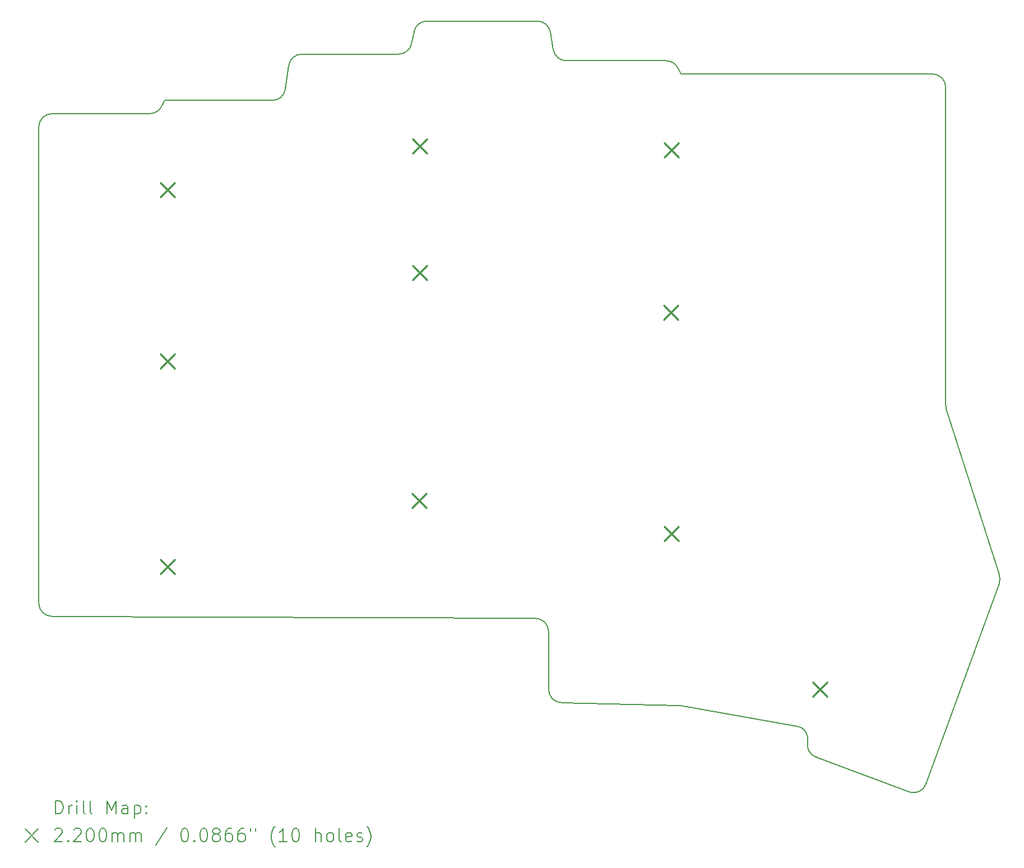
<source format=gbr>
%TF.GenerationSoftware,KiCad,Pcbnew,8.0.5-8.0.5-0~ubuntu20.04.1*%
%TF.CreationDate,2024-10-07T16:45:45+02:00*%
%TF.ProjectId,bottom_plate,626f7474-6f6d-45f7-906c-6174652e6b69,v1.0.0*%
%TF.SameCoordinates,Original*%
%TF.FileFunction,Drillmap*%
%TF.FilePolarity,Positive*%
%FSLAX45Y45*%
G04 Gerber Fmt 4.5, Leading zero omitted, Abs format (unit mm)*
G04 Created by KiCad (PCBNEW 8.0.5-8.0.5-0~ubuntu20.04.1) date 2024-10-07 16:45:45*
%MOMM*%
%LPD*%
G01*
G04 APERTURE LIST*
%ADD10C,0.150000*%
%ADD11C,0.200000*%
%ADD12C,0.220000*%
G04 APERTURE END LIST*
D10*
X22402128Y-18485637D02*
X23506723Y-15450787D01*
X22143819Y-18604444D02*
X20738725Y-18076286D01*
X20612134Y-17854345D02*
X20614558Y-17840598D01*
X20452326Y-17608907D02*
X18694584Y-17298970D01*
X18664534Y-17295986D02*
X16895320Y-17254572D01*
X16700000Y-17054627D02*
X16700000Y-16180196D01*
X16500805Y-15980198D02*
X9199195Y-15950802D01*
X9000000Y-15750804D02*
X9000000Y-8550000D01*
X9200000Y-8350000D02*
X10676393Y-8350000D01*
X10855279Y-8239443D02*
X10900000Y-8150000D01*
X10900000Y-8150000D02*
X12526541Y-8150000D01*
X12724531Y-7978284D02*
X12775469Y-7621716D01*
X12973459Y-7450000D02*
X14436039Y-7450000D01*
X14632155Y-7289223D02*
X14667845Y-7110777D01*
X14863961Y-6950000D02*
X16530575Y-6950000D01*
X16727853Y-7117120D02*
X16772147Y-7382880D01*
X16969425Y-7550000D02*
X18476393Y-7550000D01*
X18655279Y-7660557D02*
X18700000Y-7750000D01*
X18700000Y-7750000D02*
X22500000Y-7750000D01*
X22700000Y-7950000D02*
X22700000Y-12753867D01*
X22709463Y-12814660D02*
X23509321Y-15321591D01*
X22402128Y-18485637D02*
G75*
G02*
X22143819Y-18604444I-187939J68404D01*
G01*
X20738725Y-18076286D02*
G75*
G02*
X20612134Y-17854345I70371J187211D01*
G01*
X20452326Y-17608907D02*
G75*
G02*
X20614558Y-17840598I-34730J-196962D01*
G01*
X18664534Y-17295986D02*
G75*
G02*
X18694584Y-17298970I-4680J-199945D01*
G01*
X16895320Y-17254572D02*
G75*
G02*
X16700000Y-17054627I4680J199945D01*
G01*
X16500805Y-15980198D02*
G75*
G02*
X16700000Y-16180196I-805J-199998D01*
G01*
X9199195Y-15950802D02*
G75*
G02*
X9000000Y-15750804I805J199998D01*
G01*
X9000000Y-8550000D02*
G75*
G02*
X9200000Y-8350000I200000J0D01*
G01*
X10855279Y-8239443D02*
G75*
G02*
X10676393Y-8350000I-178885J89443D01*
G01*
X12724531Y-7978284D02*
G75*
G02*
X12526541Y-8150000I-197990J28284D01*
G01*
X12775469Y-7621716D02*
G75*
G02*
X12973459Y-7450000I197990J-28284D01*
G01*
X14632155Y-7289223D02*
G75*
G02*
X14436039Y-7450000I-196116J39223D01*
G01*
X14667845Y-7110777D02*
G75*
G02*
X14863961Y-6950000I196116J-39223D01*
G01*
X16530575Y-6950000D02*
G75*
G02*
X16727853Y-7117120I0J-200000D01*
G01*
X16969425Y-7550000D02*
G75*
G02*
X16772147Y-7382880I0J200000D01*
G01*
X18476393Y-7550000D02*
G75*
G02*
X18655279Y-7660557I0J-200000D01*
G01*
X22500000Y-7750000D02*
G75*
G02*
X22700000Y-7950000I0J-200000D01*
G01*
X22709463Y-12814660D02*
G75*
G02*
X22700000Y-12753867I190537J60792D01*
G01*
X23509321Y-15321591D02*
G75*
G02*
X23506723Y-15450787I-190537J-60793D01*
G01*
D11*
D12*
X10835000Y-9390000D02*
X11055000Y-9610000D01*
X11055000Y-9390000D02*
X10835000Y-9610000D01*
X10835000Y-11982000D02*
X11055000Y-12202000D01*
X11055000Y-11982000D02*
X10835000Y-12202000D01*
X10835000Y-15090000D02*
X11055000Y-15310000D01*
X11055000Y-15090000D02*
X10835000Y-15310000D01*
X14635000Y-14090000D02*
X14855000Y-14310000D01*
X14855000Y-14090000D02*
X14635000Y-14310000D01*
X14645000Y-8735000D02*
X14865000Y-8955000D01*
X14865000Y-8735000D02*
X14645000Y-8955000D01*
X14645000Y-10645000D02*
X14865000Y-10865000D01*
X14865000Y-10645000D02*
X14645000Y-10865000D01*
X18435000Y-11245000D02*
X18655000Y-11465000D01*
X18655000Y-11245000D02*
X18435000Y-11465000D01*
X18445000Y-8790000D02*
X18665000Y-9010000D01*
X18665000Y-8790000D02*
X18445000Y-9010000D01*
X18445000Y-14590000D02*
X18665000Y-14810000D01*
X18665000Y-14590000D02*
X18445000Y-14810000D01*
X20691276Y-16943876D02*
X20911276Y-17163876D01*
X20911276Y-16943876D02*
X20691276Y-17163876D01*
D11*
X9253277Y-18936217D02*
X9253277Y-18736217D01*
X9253277Y-18736217D02*
X9300896Y-18736217D01*
X9300896Y-18736217D02*
X9329467Y-18745741D01*
X9329467Y-18745741D02*
X9348515Y-18764789D01*
X9348515Y-18764789D02*
X9358039Y-18783836D01*
X9358039Y-18783836D02*
X9367563Y-18821931D01*
X9367563Y-18821931D02*
X9367563Y-18850503D01*
X9367563Y-18850503D02*
X9358039Y-18888598D01*
X9358039Y-18888598D02*
X9348515Y-18907646D01*
X9348515Y-18907646D02*
X9329467Y-18926693D01*
X9329467Y-18926693D02*
X9300896Y-18936217D01*
X9300896Y-18936217D02*
X9253277Y-18936217D01*
X9453277Y-18936217D02*
X9453277Y-18802884D01*
X9453277Y-18840979D02*
X9462801Y-18821931D01*
X9462801Y-18821931D02*
X9472324Y-18812408D01*
X9472324Y-18812408D02*
X9491372Y-18802884D01*
X9491372Y-18802884D02*
X9510420Y-18802884D01*
X9577086Y-18936217D02*
X9577086Y-18802884D01*
X9577086Y-18736217D02*
X9567563Y-18745741D01*
X9567563Y-18745741D02*
X9577086Y-18755265D01*
X9577086Y-18755265D02*
X9586610Y-18745741D01*
X9586610Y-18745741D02*
X9577086Y-18736217D01*
X9577086Y-18736217D02*
X9577086Y-18755265D01*
X9700896Y-18936217D02*
X9681848Y-18926693D01*
X9681848Y-18926693D02*
X9672324Y-18907646D01*
X9672324Y-18907646D02*
X9672324Y-18736217D01*
X9805658Y-18936217D02*
X9786610Y-18926693D01*
X9786610Y-18926693D02*
X9777086Y-18907646D01*
X9777086Y-18907646D02*
X9777086Y-18736217D01*
X10034229Y-18936217D02*
X10034229Y-18736217D01*
X10034229Y-18736217D02*
X10100896Y-18879074D01*
X10100896Y-18879074D02*
X10167563Y-18736217D01*
X10167563Y-18736217D02*
X10167563Y-18936217D01*
X10348515Y-18936217D02*
X10348515Y-18831455D01*
X10348515Y-18831455D02*
X10338991Y-18812408D01*
X10338991Y-18812408D02*
X10319944Y-18802884D01*
X10319944Y-18802884D02*
X10281848Y-18802884D01*
X10281848Y-18802884D02*
X10262801Y-18812408D01*
X10348515Y-18926693D02*
X10329467Y-18936217D01*
X10329467Y-18936217D02*
X10281848Y-18936217D01*
X10281848Y-18936217D02*
X10262801Y-18926693D01*
X10262801Y-18926693D02*
X10253277Y-18907646D01*
X10253277Y-18907646D02*
X10253277Y-18888598D01*
X10253277Y-18888598D02*
X10262801Y-18869550D01*
X10262801Y-18869550D02*
X10281848Y-18860027D01*
X10281848Y-18860027D02*
X10329467Y-18860027D01*
X10329467Y-18860027D02*
X10348515Y-18850503D01*
X10443753Y-18802884D02*
X10443753Y-19002884D01*
X10443753Y-18812408D02*
X10462801Y-18802884D01*
X10462801Y-18802884D02*
X10500896Y-18802884D01*
X10500896Y-18802884D02*
X10519944Y-18812408D01*
X10519944Y-18812408D02*
X10529467Y-18821931D01*
X10529467Y-18821931D02*
X10538991Y-18840979D01*
X10538991Y-18840979D02*
X10538991Y-18898122D01*
X10538991Y-18898122D02*
X10529467Y-18917169D01*
X10529467Y-18917169D02*
X10519944Y-18926693D01*
X10519944Y-18926693D02*
X10500896Y-18936217D01*
X10500896Y-18936217D02*
X10462801Y-18936217D01*
X10462801Y-18936217D02*
X10443753Y-18926693D01*
X10624705Y-18917169D02*
X10634229Y-18926693D01*
X10634229Y-18926693D02*
X10624705Y-18936217D01*
X10624705Y-18936217D02*
X10615182Y-18926693D01*
X10615182Y-18926693D02*
X10624705Y-18917169D01*
X10624705Y-18917169D02*
X10624705Y-18936217D01*
X10624705Y-18812408D02*
X10634229Y-18821931D01*
X10634229Y-18821931D02*
X10624705Y-18831455D01*
X10624705Y-18831455D02*
X10615182Y-18821931D01*
X10615182Y-18821931D02*
X10624705Y-18812408D01*
X10624705Y-18812408D02*
X10624705Y-18831455D01*
X8792500Y-19164733D02*
X8992500Y-19364733D01*
X8992500Y-19164733D02*
X8792500Y-19364733D01*
X9243753Y-19175265D02*
X9253277Y-19165741D01*
X9253277Y-19165741D02*
X9272324Y-19156217D01*
X9272324Y-19156217D02*
X9319944Y-19156217D01*
X9319944Y-19156217D02*
X9338991Y-19165741D01*
X9338991Y-19165741D02*
X9348515Y-19175265D01*
X9348515Y-19175265D02*
X9358039Y-19194312D01*
X9358039Y-19194312D02*
X9358039Y-19213360D01*
X9358039Y-19213360D02*
X9348515Y-19241931D01*
X9348515Y-19241931D02*
X9234229Y-19356217D01*
X9234229Y-19356217D02*
X9358039Y-19356217D01*
X9443753Y-19337169D02*
X9453277Y-19346693D01*
X9453277Y-19346693D02*
X9443753Y-19356217D01*
X9443753Y-19356217D02*
X9434229Y-19346693D01*
X9434229Y-19346693D02*
X9443753Y-19337169D01*
X9443753Y-19337169D02*
X9443753Y-19356217D01*
X9529467Y-19175265D02*
X9538991Y-19165741D01*
X9538991Y-19165741D02*
X9558039Y-19156217D01*
X9558039Y-19156217D02*
X9605658Y-19156217D01*
X9605658Y-19156217D02*
X9624705Y-19165741D01*
X9624705Y-19165741D02*
X9634229Y-19175265D01*
X9634229Y-19175265D02*
X9643753Y-19194312D01*
X9643753Y-19194312D02*
X9643753Y-19213360D01*
X9643753Y-19213360D02*
X9634229Y-19241931D01*
X9634229Y-19241931D02*
X9519944Y-19356217D01*
X9519944Y-19356217D02*
X9643753Y-19356217D01*
X9767563Y-19156217D02*
X9786610Y-19156217D01*
X9786610Y-19156217D02*
X9805658Y-19165741D01*
X9805658Y-19165741D02*
X9815182Y-19175265D01*
X9815182Y-19175265D02*
X9824705Y-19194312D01*
X9824705Y-19194312D02*
X9834229Y-19232408D01*
X9834229Y-19232408D02*
X9834229Y-19280027D01*
X9834229Y-19280027D02*
X9824705Y-19318122D01*
X9824705Y-19318122D02*
X9815182Y-19337169D01*
X9815182Y-19337169D02*
X9805658Y-19346693D01*
X9805658Y-19346693D02*
X9786610Y-19356217D01*
X9786610Y-19356217D02*
X9767563Y-19356217D01*
X9767563Y-19356217D02*
X9748515Y-19346693D01*
X9748515Y-19346693D02*
X9738991Y-19337169D01*
X9738991Y-19337169D02*
X9729467Y-19318122D01*
X9729467Y-19318122D02*
X9719944Y-19280027D01*
X9719944Y-19280027D02*
X9719944Y-19232408D01*
X9719944Y-19232408D02*
X9729467Y-19194312D01*
X9729467Y-19194312D02*
X9738991Y-19175265D01*
X9738991Y-19175265D02*
X9748515Y-19165741D01*
X9748515Y-19165741D02*
X9767563Y-19156217D01*
X9958039Y-19156217D02*
X9977086Y-19156217D01*
X9977086Y-19156217D02*
X9996134Y-19165741D01*
X9996134Y-19165741D02*
X10005658Y-19175265D01*
X10005658Y-19175265D02*
X10015182Y-19194312D01*
X10015182Y-19194312D02*
X10024705Y-19232408D01*
X10024705Y-19232408D02*
X10024705Y-19280027D01*
X10024705Y-19280027D02*
X10015182Y-19318122D01*
X10015182Y-19318122D02*
X10005658Y-19337169D01*
X10005658Y-19337169D02*
X9996134Y-19346693D01*
X9996134Y-19346693D02*
X9977086Y-19356217D01*
X9977086Y-19356217D02*
X9958039Y-19356217D01*
X9958039Y-19356217D02*
X9938991Y-19346693D01*
X9938991Y-19346693D02*
X9929467Y-19337169D01*
X9929467Y-19337169D02*
X9919944Y-19318122D01*
X9919944Y-19318122D02*
X9910420Y-19280027D01*
X9910420Y-19280027D02*
X9910420Y-19232408D01*
X9910420Y-19232408D02*
X9919944Y-19194312D01*
X9919944Y-19194312D02*
X9929467Y-19175265D01*
X9929467Y-19175265D02*
X9938991Y-19165741D01*
X9938991Y-19165741D02*
X9958039Y-19156217D01*
X10110420Y-19356217D02*
X10110420Y-19222884D01*
X10110420Y-19241931D02*
X10119944Y-19232408D01*
X10119944Y-19232408D02*
X10138991Y-19222884D01*
X10138991Y-19222884D02*
X10167563Y-19222884D01*
X10167563Y-19222884D02*
X10186610Y-19232408D01*
X10186610Y-19232408D02*
X10196134Y-19251455D01*
X10196134Y-19251455D02*
X10196134Y-19356217D01*
X10196134Y-19251455D02*
X10205658Y-19232408D01*
X10205658Y-19232408D02*
X10224705Y-19222884D01*
X10224705Y-19222884D02*
X10253277Y-19222884D01*
X10253277Y-19222884D02*
X10272325Y-19232408D01*
X10272325Y-19232408D02*
X10281848Y-19251455D01*
X10281848Y-19251455D02*
X10281848Y-19356217D01*
X10377086Y-19356217D02*
X10377086Y-19222884D01*
X10377086Y-19241931D02*
X10386610Y-19232408D01*
X10386610Y-19232408D02*
X10405658Y-19222884D01*
X10405658Y-19222884D02*
X10434229Y-19222884D01*
X10434229Y-19222884D02*
X10453277Y-19232408D01*
X10453277Y-19232408D02*
X10462801Y-19251455D01*
X10462801Y-19251455D02*
X10462801Y-19356217D01*
X10462801Y-19251455D02*
X10472325Y-19232408D01*
X10472325Y-19232408D02*
X10491372Y-19222884D01*
X10491372Y-19222884D02*
X10519944Y-19222884D01*
X10519944Y-19222884D02*
X10538991Y-19232408D01*
X10538991Y-19232408D02*
X10548515Y-19251455D01*
X10548515Y-19251455D02*
X10548515Y-19356217D01*
X10938991Y-19146693D02*
X10767563Y-19403836D01*
X11196134Y-19156217D02*
X11215182Y-19156217D01*
X11215182Y-19156217D02*
X11234229Y-19165741D01*
X11234229Y-19165741D02*
X11243753Y-19175265D01*
X11243753Y-19175265D02*
X11253277Y-19194312D01*
X11253277Y-19194312D02*
X11262801Y-19232408D01*
X11262801Y-19232408D02*
X11262801Y-19280027D01*
X11262801Y-19280027D02*
X11253277Y-19318122D01*
X11253277Y-19318122D02*
X11243753Y-19337169D01*
X11243753Y-19337169D02*
X11234229Y-19346693D01*
X11234229Y-19346693D02*
X11215182Y-19356217D01*
X11215182Y-19356217D02*
X11196134Y-19356217D01*
X11196134Y-19356217D02*
X11177087Y-19346693D01*
X11177087Y-19346693D02*
X11167563Y-19337169D01*
X11167563Y-19337169D02*
X11158039Y-19318122D01*
X11158039Y-19318122D02*
X11148515Y-19280027D01*
X11148515Y-19280027D02*
X11148515Y-19232408D01*
X11148515Y-19232408D02*
X11158039Y-19194312D01*
X11158039Y-19194312D02*
X11167563Y-19175265D01*
X11167563Y-19175265D02*
X11177087Y-19165741D01*
X11177087Y-19165741D02*
X11196134Y-19156217D01*
X11348515Y-19337169D02*
X11358039Y-19346693D01*
X11358039Y-19346693D02*
X11348515Y-19356217D01*
X11348515Y-19356217D02*
X11338991Y-19346693D01*
X11338991Y-19346693D02*
X11348515Y-19337169D01*
X11348515Y-19337169D02*
X11348515Y-19356217D01*
X11481848Y-19156217D02*
X11500896Y-19156217D01*
X11500896Y-19156217D02*
X11519944Y-19165741D01*
X11519944Y-19165741D02*
X11529467Y-19175265D01*
X11529467Y-19175265D02*
X11538991Y-19194312D01*
X11538991Y-19194312D02*
X11548515Y-19232408D01*
X11548515Y-19232408D02*
X11548515Y-19280027D01*
X11548515Y-19280027D02*
X11538991Y-19318122D01*
X11538991Y-19318122D02*
X11529467Y-19337169D01*
X11529467Y-19337169D02*
X11519944Y-19346693D01*
X11519944Y-19346693D02*
X11500896Y-19356217D01*
X11500896Y-19356217D02*
X11481848Y-19356217D01*
X11481848Y-19356217D02*
X11462801Y-19346693D01*
X11462801Y-19346693D02*
X11453277Y-19337169D01*
X11453277Y-19337169D02*
X11443753Y-19318122D01*
X11443753Y-19318122D02*
X11434229Y-19280027D01*
X11434229Y-19280027D02*
X11434229Y-19232408D01*
X11434229Y-19232408D02*
X11443753Y-19194312D01*
X11443753Y-19194312D02*
X11453277Y-19175265D01*
X11453277Y-19175265D02*
X11462801Y-19165741D01*
X11462801Y-19165741D02*
X11481848Y-19156217D01*
X11662801Y-19241931D02*
X11643753Y-19232408D01*
X11643753Y-19232408D02*
X11634229Y-19222884D01*
X11634229Y-19222884D02*
X11624706Y-19203836D01*
X11624706Y-19203836D02*
X11624706Y-19194312D01*
X11624706Y-19194312D02*
X11634229Y-19175265D01*
X11634229Y-19175265D02*
X11643753Y-19165741D01*
X11643753Y-19165741D02*
X11662801Y-19156217D01*
X11662801Y-19156217D02*
X11700896Y-19156217D01*
X11700896Y-19156217D02*
X11719944Y-19165741D01*
X11719944Y-19165741D02*
X11729467Y-19175265D01*
X11729467Y-19175265D02*
X11738991Y-19194312D01*
X11738991Y-19194312D02*
X11738991Y-19203836D01*
X11738991Y-19203836D02*
X11729467Y-19222884D01*
X11729467Y-19222884D02*
X11719944Y-19232408D01*
X11719944Y-19232408D02*
X11700896Y-19241931D01*
X11700896Y-19241931D02*
X11662801Y-19241931D01*
X11662801Y-19241931D02*
X11643753Y-19251455D01*
X11643753Y-19251455D02*
X11634229Y-19260979D01*
X11634229Y-19260979D02*
X11624706Y-19280027D01*
X11624706Y-19280027D02*
X11624706Y-19318122D01*
X11624706Y-19318122D02*
X11634229Y-19337169D01*
X11634229Y-19337169D02*
X11643753Y-19346693D01*
X11643753Y-19346693D02*
X11662801Y-19356217D01*
X11662801Y-19356217D02*
X11700896Y-19356217D01*
X11700896Y-19356217D02*
X11719944Y-19346693D01*
X11719944Y-19346693D02*
X11729467Y-19337169D01*
X11729467Y-19337169D02*
X11738991Y-19318122D01*
X11738991Y-19318122D02*
X11738991Y-19280027D01*
X11738991Y-19280027D02*
X11729467Y-19260979D01*
X11729467Y-19260979D02*
X11719944Y-19251455D01*
X11719944Y-19251455D02*
X11700896Y-19241931D01*
X11910420Y-19156217D02*
X11872325Y-19156217D01*
X11872325Y-19156217D02*
X11853277Y-19165741D01*
X11853277Y-19165741D02*
X11843753Y-19175265D01*
X11843753Y-19175265D02*
X11824706Y-19203836D01*
X11824706Y-19203836D02*
X11815182Y-19241931D01*
X11815182Y-19241931D02*
X11815182Y-19318122D01*
X11815182Y-19318122D02*
X11824706Y-19337169D01*
X11824706Y-19337169D02*
X11834229Y-19346693D01*
X11834229Y-19346693D02*
X11853277Y-19356217D01*
X11853277Y-19356217D02*
X11891372Y-19356217D01*
X11891372Y-19356217D02*
X11910420Y-19346693D01*
X11910420Y-19346693D02*
X11919944Y-19337169D01*
X11919944Y-19337169D02*
X11929467Y-19318122D01*
X11929467Y-19318122D02*
X11929467Y-19270503D01*
X11929467Y-19270503D02*
X11919944Y-19251455D01*
X11919944Y-19251455D02*
X11910420Y-19241931D01*
X11910420Y-19241931D02*
X11891372Y-19232408D01*
X11891372Y-19232408D02*
X11853277Y-19232408D01*
X11853277Y-19232408D02*
X11834229Y-19241931D01*
X11834229Y-19241931D02*
X11824706Y-19251455D01*
X11824706Y-19251455D02*
X11815182Y-19270503D01*
X12100896Y-19156217D02*
X12062801Y-19156217D01*
X12062801Y-19156217D02*
X12043753Y-19165741D01*
X12043753Y-19165741D02*
X12034229Y-19175265D01*
X12034229Y-19175265D02*
X12015182Y-19203836D01*
X12015182Y-19203836D02*
X12005658Y-19241931D01*
X12005658Y-19241931D02*
X12005658Y-19318122D01*
X12005658Y-19318122D02*
X12015182Y-19337169D01*
X12015182Y-19337169D02*
X12024706Y-19346693D01*
X12024706Y-19346693D02*
X12043753Y-19356217D01*
X12043753Y-19356217D02*
X12081848Y-19356217D01*
X12081848Y-19356217D02*
X12100896Y-19346693D01*
X12100896Y-19346693D02*
X12110420Y-19337169D01*
X12110420Y-19337169D02*
X12119944Y-19318122D01*
X12119944Y-19318122D02*
X12119944Y-19270503D01*
X12119944Y-19270503D02*
X12110420Y-19251455D01*
X12110420Y-19251455D02*
X12100896Y-19241931D01*
X12100896Y-19241931D02*
X12081848Y-19232408D01*
X12081848Y-19232408D02*
X12043753Y-19232408D01*
X12043753Y-19232408D02*
X12024706Y-19241931D01*
X12024706Y-19241931D02*
X12015182Y-19251455D01*
X12015182Y-19251455D02*
X12005658Y-19270503D01*
X12196134Y-19156217D02*
X12196134Y-19194312D01*
X12272325Y-19156217D02*
X12272325Y-19194312D01*
X12567563Y-19432408D02*
X12558039Y-19422884D01*
X12558039Y-19422884D02*
X12538991Y-19394312D01*
X12538991Y-19394312D02*
X12529468Y-19375265D01*
X12529468Y-19375265D02*
X12519944Y-19346693D01*
X12519944Y-19346693D02*
X12510420Y-19299074D01*
X12510420Y-19299074D02*
X12510420Y-19260979D01*
X12510420Y-19260979D02*
X12519944Y-19213360D01*
X12519944Y-19213360D02*
X12529468Y-19184789D01*
X12529468Y-19184789D02*
X12538991Y-19165741D01*
X12538991Y-19165741D02*
X12558039Y-19137169D01*
X12558039Y-19137169D02*
X12567563Y-19127646D01*
X12748515Y-19356217D02*
X12634229Y-19356217D01*
X12691372Y-19356217D02*
X12691372Y-19156217D01*
X12691372Y-19156217D02*
X12672325Y-19184789D01*
X12672325Y-19184789D02*
X12653277Y-19203836D01*
X12653277Y-19203836D02*
X12634229Y-19213360D01*
X12872325Y-19156217D02*
X12891372Y-19156217D01*
X12891372Y-19156217D02*
X12910420Y-19165741D01*
X12910420Y-19165741D02*
X12919944Y-19175265D01*
X12919944Y-19175265D02*
X12929468Y-19194312D01*
X12929468Y-19194312D02*
X12938991Y-19232408D01*
X12938991Y-19232408D02*
X12938991Y-19280027D01*
X12938991Y-19280027D02*
X12929468Y-19318122D01*
X12929468Y-19318122D02*
X12919944Y-19337169D01*
X12919944Y-19337169D02*
X12910420Y-19346693D01*
X12910420Y-19346693D02*
X12891372Y-19356217D01*
X12891372Y-19356217D02*
X12872325Y-19356217D01*
X12872325Y-19356217D02*
X12853277Y-19346693D01*
X12853277Y-19346693D02*
X12843753Y-19337169D01*
X12843753Y-19337169D02*
X12834229Y-19318122D01*
X12834229Y-19318122D02*
X12824706Y-19280027D01*
X12824706Y-19280027D02*
X12824706Y-19232408D01*
X12824706Y-19232408D02*
X12834229Y-19194312D01*
X12834229Y-19194312D02*
X12843753Y-19175265D01*
X12843753Y-19175265D02*
X12853277Y-19165741D01*
X12853277Y-19165741D02*
X12872325Y-19156217D01*
X13177087Y-19356217D02*
X13177087Y-19156217D01*
X13262801Y-19356217D02*
X13262801Y-19251455D01*
X13262801Y-19251455D02*
X13253277Y-19232408D01*
X13253277Y-19232408D02*
X13234230Y-19222884D01*
X13234230Y-19222884D02*
X13205658Y-19222884D01*
X13205658Y-19222884D02*
X13186610Y-19232408D01*
X13186610Y-19232408D02*
X13177087Y-19241931D01*
X13386610Y-19356217D02*
X13367563Y-19346693D01*
X13367563Y-19346693D02*
X13358039Y-19337169D01*
X13358039Y-19337169D02*
X13348515Y-19318122D01*
X13348515Y-19318122D02*
X13348515Y-19260979D01*
X13348515Y-19260979D02*
X13358039Y-19241931D01*
X13358039Y-19241931D02*
X13367563Y-19232408D01*
X13367563Y-19232408D02*
X13386610Y-19222884D01*
X13386610Y-19222884D02*
X13415182Y-19222884D01*
X13415182Y-19222884D02*
X13434230Y-19232408D01*
X13434230Y-19232408D02*
X13443753Y-19241931D01*
X13443753Y-19241931D02*
X13453277Y-19260979D01*
X13453277Y-19260979D02*
X13453277Y-19318122D01*
X13453277Y-19318122D02*
X13443753Y-19337169D01*
X13443753Y-19337169D02*
X13434230Y-19346693D01*
X13434230Y-19346693D02*
X13415182Y-19356217D01*
X13415182Y-19356217D02*
X13386610Y-19356217D01*
X13567563Y-19356217D02*
X13548515Y-19346693D01*
X13548515Y-19346693D02*
X13538991Y-19327646D01*
X13538991Y-19327646D02*
X13538991Y-19156217D01*
X13719944Y-19346693D02*
X13700896Y-19356217D01*
X13700896Y-19356217D02*
X13662801Y-19356217D01*
X13662801Y-19356217D02*
X13643753Y-19346693D01*
X13643753Y-19346693D02*
X13634230Y-19327646D01*
X13634230Y-19327646D02*
X13634230Y-19251455D01*
X13634230Y-19251455D02*
X13643753Y-19232408D01*
X13643753Y-19232408D02*
X13662801Y-19222884D01*
X13662801Y-19222884D02*
X13700896Y-19222884D01*
X13700896Y-19222884D02*
X13719944Y-19232408D01*
X13719944Y-19232408D02*
X13729468Y-19251455D01*
X13729468Y-19251455D02*
X13729468Y-19270503D01*
X13729468Y-19270503D02*
X13634230Y-19289550D01*
X13805658Y-19346693D02*
X13824706Y-19356217D01*
X13824706Y-19356217D02*
X13862801Y-19356217D01*
X13862801Y-19356217D02*
X13881849Y-19346693D01*
X13881849Y-19346693D02*
X13891372Y-19327646D01*
X13891372Y-19327646D02*
X13891372Y-19318122D01*
X13891372Y-19318122D02*
X13881849Y-19299074D01*
X13881849Y-19299074D02*
X13862801Y-19289550D01*
X13862801Y-19289550D02*
X13834230Y-19289550D01*
X13834230Y-19289550D02*
X13815182Y-19280027D01*
X13815182Y-19280027D02*
X13805658Y-19260979D01*
X13805658Y-19260979D02*
X13805658Y-19251455D01*
X13805658Y-19251455D02*
X13815182Y-19232408D01*
X13815182Y-19232408D02*
X13834230Y-19222884D01*
X13834230Y-19222884D02*
X13862801Y-19222884D01*
X13862801Y-19222884D02*
X13881849Y-19232408D01*
X13958039Y-19432408D02*
X13967563Y-19422884D01*
X13967563Y-19422884D02*
X13986611Y-19394312D01*
X13986611Y-19394312D02*
X13996134Y-19375265D01*
X13996134Y-19375265D02*
X14005658Y-19346693D01*
X14005658Y-19346693D02*
X14015182Y-19299074D01*
X14015182Y-19299074D02*
X14015182Y-19260979D01*
X14015182Y-19260979D02*
X14005658Y-19213360D01*
X14005658Y-19213360D02*
X13996134Y-19184789D01*
X13996134Y-19184789D02*
X13986611Y-19165741D01*
X13986611Y-19165741D02*
X13967563Y-19137169D01*
X13967563Y-19137169D02*
X13958039Y-19127646D01*
M02*

</source>
